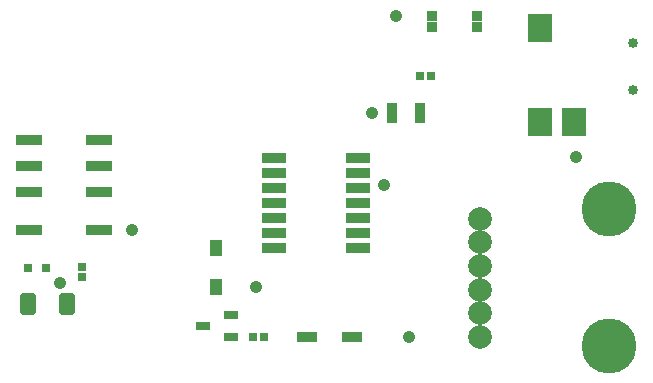
<source format=gbr>
%TF.GenerationSoftware,Altium Limited,Altium Designer,24.10.1 (45)*%
G04 Layer_Color=8388736*
%FSLAX45Y45*%
%MOMM*%
%TF.SameCoordinates,9AD70181-00FA-4A01-9188-FD1DF1966971*%
%TF.FilePolarity,Negative*%
%TF.FileFunction,Soldermask,Top*%
%TF.Part,Single*%
G01*
G75*
%TA.AperFunction,SMDPad,CuDef*%
%ADD14R,0.80000X0.80000*%
%ADD32R,0.75320X0.75320*%
%ADD33R,0.95320X1.65320*%
%ADD34R,0.75320X0.75320*%
%ADD35R,1.20320X0.80320*%
%ADD36R,2.00320X2.40320*%
%ADD37R,0.82320X0.82320*%
%ADD38R,0.82320X0.82320*%
%ADD39R,2.02820X0.90320*%
%ADD40R,1.00320X1.45320*%
G04:AMPARAMS|DCode=41|XSize=1.3432mm|YSize=1.8332mm|CornerRadius=0.2441mm|HoleSize=0mm|Usage=FLASHONLY|Rotation=180.000|XOffset=0mm|YOffset=0mm|HoleType=Round|Shape=RoundedRectangle|*
%AMROUNDEDRECTD41*
21,1,1.34320,1.34500,0,0,180.0*
21,1,0.85500,1.83320,0,0,180.0*
1,1,0.48820,-0.42750,0.67250*
1,1,0.48820,0.42750,0.67250*
1,1,0.48820,0.42750,-0.67250*
1,1,0.48820,-0.42750,-0.67250*
%
%ADD41ROUNDEDRECTD41*%
%ADD42R,2.20320X0.90320*%
%TA.AperFunction,ComponentPad*%
%ADD43C,0.85320*%
%ADD44C,4.65820*%
%ADD45C,2.00320*%
%TA.AperFunction,ViaPad*%
%ADD46C,1.05320*%
D14*
X9230500Y8280400D02*
D03*
X9080500D02*
D03*
D32*
X12401000Y9906000D02*
D03*
X12491000D02*
D03*
X11075500Y7696200D02*
D03*
X10985500D02*
D03*
D33*
X12165900Y9588500D02*
D03*
X12395900D02*
D03*
D34*
X9537700Y8287300D02*
D03*
Y8197300D02*
D03*
D35*
X10560700Y7785100D02*
D03*
X10800700Y7880600D02*
D03*
Y7689600D02*
D03*
D36*
X13413300Y10312300D02*
D03*
X13703300Y9512300D02*
D03*
X13413300D02*
D03*
D37*
X12496800Y10409200D02*
D03*
Y10317200D02*
D03*
X12877800Y10317200D02*
D03*
Y10409200D02*
D03*
D38*
X11777700Y7696200D02*
D03*
X11869700D02*
D03*
X11396700D02*
D03*
X11488700D02*
D03*
D39*
X11163300Y8445500D02*
D03*
Y8572500D02*
D03*
Y8699500D02*
D03*
Y8826500D02*
D03*
Y8953500D02*
D03*
Y9080500D02*
D03*
Y9207500D02*
D03*
X11875700D02*
D03*
Y9080500D02*
D03*
Y8953500D02*
D03*
Y8826500D02*
D03*
Y8699500D02*
D03*
Y8572500D02*
D03*
Y8445500D02*
D03*
D40*
X10668000Y8115400D02*
D03*
Y8445400D02*
D03*
D41*
X9081600Y7975600D02*
D03*
X9409600D02*
D03*
D42*
X9685300Y8598900D02*
D03*
X9085300D02*
D03*
X9685300Y8918900D02*
D03*
X9085300D02*
D03*
X9685300Y9138900D02*
D03*
X9085300D02*
D03*
X9685300Y9358900D02*
D03*
X9085300D02*
D03*
D43*
X14203300Y10182300D02*
D03*
Y9782300D02*
D03*
D44*
X14003200Y7613100D02*
D03*
Y8773100D02*
D03*
D45*
X12903200Y7893100D02*
D03*
Y8093100D02*
D03*
Y8293100D02*
D03*
Y7693100D02*
D03*
Y8693100D02*
D03*
Y8493100D02*
D03*
D46*
X11993267Y9588414D02*
D03*
X13716000Y9220200D02*
D03*
X12090400Y8978900D02*
D03*
X9956800Y8597900D02*
D03*
X12192000Y10414000D02*
D03*
X11010900Y8115300D02*
D03*
X12306300Y7696200D02*
D03*
X9347200Y8153400D02*
D03*
%TF.MD5,6701f21c19929c5ce08feaab3431b4bb*%
M02*

</source>
